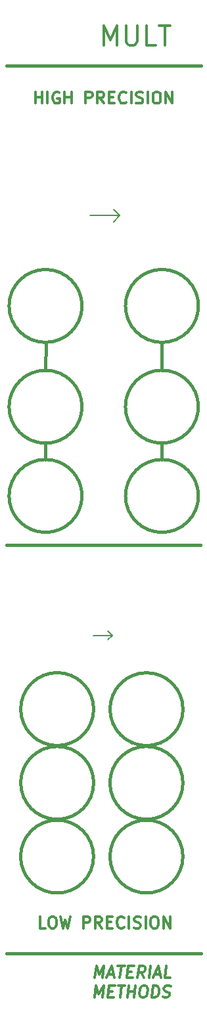
<source format=gbr>
%TF.GenerationSoftware,KiCad,Pcbnew,(5.0.1)-3*%
%TF.CreationDate,2020-04-22T20:40:51+01:00*%
%TF.ProjectId,panel,70616E656C2E6B696361645F70636200,rev?*%
%TF.SameCoordinates,Original*%
%TF.FileFunction,Legend,Top*%
%TF.FilePolarity,Positive*%
%FSLAX46Y46*%
G04 Gerber Fmt 4.6, Leading zero omitted, Abs format (unit mm)*
G04 Created by KiCad (PCBNEW (5.0.1)-3) date 22/04/2020 20:40:51*
%MOMM*%
%LPD*%
G01*
G04 APERTURE LIST*
%ADD10C,0.400000*%
%ADD11C,0.300000*%
%ADD12C,0.200000*%
%ADD13C,0.375000*%
G04 APERTURE END LIST*
D10*
X139700000Y-48840000D02*
X139690000Y-52490000D01*
X139690000Y-61830000D02*
X139680000Y-63970000D01*
X124710000Y-61820000D02*
X124700000Y-63960000D01*
X124720000Y-48830000D02*
X124710000Y-52480000D01*
X119670000Y-75010000D02*
X144670000Y-75010000D01*
D11*
X124671428Y-124388571D02*
X123957142Y-124388571D01*
X123957142Y-122888571D01*
X125457142Y-122888571D02*
X125742857Y-122888571D01*
X125885714Y-122960000D01*
X126028571Y-123102857D01*
X126100000Y-123388571D01*
X126100000Y-123888571D01*
X126028571Y-124174285D01*
X125885714Y-124317142D01*
X125742857Y-124388571D01*
X125457142Y-124388571D01*
X125314285Y-124317142D01*
X125171428Y-124174285D01*
X125100000Y-123888571D01*
X125100000Y-123388571D01*
X125171428Y-123102857D01*
X125314285Y-122960000D01*
X125457142Y-122888571D01*
X126600000Y-122888571D02*
X126957142Y-124388571D01*
X127242857Y-123317142D01*
X127528571Y-124388571D01*
X127885714Y-122888571D01*
X129600000Y-124388571D02*
X129600000Y-122888571D01*
X130171428Y-122888571D01*
X130314285Y-122960000D01*
X130385714Y-123031428D01*
X130457142Y-123174285D01*
X130457142Y-123388571D01*
X130385714Y-123531428D01*
X130314285Y-123602857D01*
X130171428Y-123674285D01*
X129600000Y-123674285D01*
X131957142Y-124388571D02*
X131457142Y-123674285D01*
X131100000Y-124388571D02*
X131100000Y-122888571D01*
X131671428Y-122888571D01*
X131814285Y-122960000D01*
X131885714Y-123031428D01*
X131957142Y-123174285D01*
X131957142Y-123388571D01*
X131885714Y-123531428D01*
X131814285Y-123602857D01*
X131671428Y-123674285D01*
X131100000Y-123674285D01*
X132600000Y-123602857D02*
X133100000Y-123602857D01*
X133314285Y-124388571D02*
X132600000Y-124388571D01*
X132600000Y-122888571D01*
X133314285Y-122888571D01*
X134814285Y-124245714D02*
X134742857Y-124317142D01*
X134528571Y-124388571D01*
X134385714Y-124388571D01*
X134171428Y-124317142D01*
X134028571Y-124174285D01*
X133957142Y-124031428D01*
X133885714Y-123745714D01*
X133885714Y-123531428D01*
X133957142Y-123245714D01*
X134028571Y-123102857D01*
X134171428Y-122960000D01*
X134385714Y-122888571D01*
X134528571Y-122888571D01*
X134742857Y-122960000D01*
X134814285Y-123031428D01*
X135457142Y-124388571D02*
X135457142Y-122888571D01*
X136100000Y-124317142D02*
X136314285Y-124388571D01*
X136671428Y-124388571D01*
X136814285Y-124317142D01*
X136885714Y-124245714D01*
X136957142Y-124102857D01*
X136957142Y-123960000D01*
X136885714Y-123817142D01*
X136814285Y-123745714D01*
X136671428Y-123674285D01*
X136385714Y-123602857D01*
X136242857Y-123531428D01*
X136171428Y-123460000D01*
X136100000Y-123317142D01*
X136100000Y-123174285D01*
X136171428Y-123031428D01*
X136242857Y-122960000D01*
X136385714Y-122888571D01*
X136742857Y-122888571D01*
X136957142Y-122960000D01*
X137600000Y-124388571D02*
X137600000Y-122888571D01*
X138600000Y-122888571D02*
X138885714Y-122888571D01*
X139028571Y-122960000D01*
X139171428Y-123102857D01*
X139242857Y-123388571D01*
X139242857Y-123888571D01*
X139171428Y-124174285D01*
X139028571Y-124317142D01*
X138885714Y-124388571D01*
X138600000Y-124388571D01*
X138457142Y-124317142D01*
X138314285Y-124174285D01*
X138242857Y-123888571D01*
X138242857Y-123388571D01*
X138314285Y-123102857D01*
X138457142Y-122960000D01*
X138600000Y-122888571D01*
X139885714Y-124388571D02*
X139885714Y-122888571D01*
X140742857Y-124388571D01*
X140742857Y-122888571D01*
X123378571Y-18028571D02*
X123378571Y-16528571D01*
X123378571Y-17242857D02*
X124235714Y-17242857D01*
X124235714Y-18028571D02*
X124235714Y-16528571D01*
X124950000Y-18028571D02*
X124950000Y-16528571D01*
X126450000Y-16600000D02*
X126307142Y-16528571D01*
X126092857Y-16528571D01*
X125878571Y-16600000D01*
X125735714Y-16742857D01*
X125664285Y-16885714D01*
X125592857Y-17171428D01*
X125592857Y-17385714D01*
X125664285Y-17671428D01*
X125735714Y-17814285D01*
X125878571Y-17957142D01*
X126092857Y-18028571D01*
X126235714Y-18028571D01*
X126450000Y-17957142D01*
X126521428Y-17885714D01*
X126521428Y-17385714D01*
X126235714Y-17385714D01*
X127164285Y-18028571D02*
X127164285Y-16528571D01*
X127164285Y-17242857D02*
X128021428Y-17242857D01*
X128021428Y-18028571D02*
X128021428Y-16528571D01*
X129878571Y-18028571D02*
X129878571Y-16528571D01*
X130450000Y-16528571D01*
X130592857Y-16600000D01*
X130664285Y-16671428D01*
X130735714Y-16814285D01*
X130735714Y-17028571D01*
X130664285Y-17171428D01*
X130592857Y-17242857D01*
X130450000Y-17314285D01*
X129878571Y-17314285D01*
X132235714Y-18028571D02*
X131735714Y-17314285D01*
X131378571Y-18028571D02*
X131378571Y-16528571D01*
X131950000Y-16528571D01*
X132092857Y-16600000D01*
X132164285Y-16671428D01*
X132235714Y-16814285D01*
X132235714Y-17028571D01*
X132164285Y-17171428D01*
X132092857Y-17242857D01*
X131950000Y-17314285D01*
X131378571Y-17314285D01*
X132878571Y-17242857D02*
X133378571Y-17242857D01*
X133592857Y-18028571D02*
X132878571Y-18028571D01*
X132878571Y-16528571D01*
X133592857Y-16528571D01*
X135092857Y-17885714D02*
X135021428Y-17957142D01*
X134807142Y-18028571D01*
X134664285Y-18028571D01*
X134450000Y-17957142D01*
X134307142Y-17814285D01*
X134235714Y-17671428D01*
X134164285Y-17385714D01*
X134164285Y-17171428D01*
X134235714Y-16885714D01*
X134307142Y-16742857D01*
X134450000Y-16600000D01*
X134664285Y-16528571D01*
X134807142Y-16528571D01*
X135021428Y-16600000D01*
X135092857Y-16671428D01*
X135735714Y-18028571D02*
X135735714Y-16528571D01*
X136378571Y-17957142D02*
X136592857Y-18028571D01*
X136950000Y-18028571D01*
X137092857Y-17957142D01*
X137164285Y-17885714D01*
X137235714Y-17742857D01*
X137235714Y-17600000D01*
X137164285Y-17457142D01*
X137092857Y-17385714D01*
X136950000Y-17314285D01*
X136664285Y-17242857D01*
X136521428Y-17171428D01*
X136450000Y-17100000D01*
X136378571Y-16957142D01*
X136378571Y-16814285D01*
X136450000Y-16671428D01*
X136521428Y-16600000D01*
X136664285Y-16528571D01*
X137021428Y-16528571D01*
X137235714Y-16600000D01*
X137878571Y-18028571D02*
X137878571Y-16528571D01*
X138878571Y-16528571D02*
X139164285Y-16528571D01*
X139307142Y-16600000D01*
X139450000Y-16742857D01*
X139521428Y-17028571D01*
X139521428Y-17528571D01*
X139450000Y-17814285D01*
X139307142Y-17957142D01*
X139164285Y-18028571D01*
X138878571Y-18028571D01*
X138735714Y-17957142D01*
X138592857Y-17814285D01*
X138521428Y-17528571D01*
X138521428Y-17028571D01*
X138592857Y-16742857D01*
X138735714Y-16600000D01*
X138878571Y-16528571D01*
X140164285Y-18028571D02*
X140164285Y-16528571D01*
X141021428Y-18028571D01*
X141021428Y-16528571D01*
D12*
X133290000Y-86640000D02*
X132740000Y-87190000D01*
X133290000Y-86640000D02*
X132740000Y-86090000D01*
X130840000Y-86640000D02*
X133280000Y-86640000D01*
X134280000Y-32470000D02*
X133520000Y-33290000D01*
X134280000Y-32470000D02*
X133460000Y-31710000D01*
X130460000Y-32470000D02*
X134270000Y-32470000D01*
D10*
X144400011Y-44150000D02*
G75*
G03X144400011Y-44150000I-4700011J0D01*
G01*
X129400011Y-44150000D02*
G75*
G03X129400011Y-44150000I-4700011J0D01*
G01*
X129400011Y-57150000D02*
G75*
G03X129400011Y-57150000I-4700011J0D01*
G01*
X144390000Y-57140000D02*
G75*
G03X144390000Y-57140000I-4700011J0D01*
G01*
X144400011Y-68650000D02*
G75*
G03X144400011Y-68650000I-4700011J0D01*
G01*
X129400011Y-68650000D02*
G75*
G03X129400011Y-68650000I-4700011J0D01*
G01*
X142410011Y-96150000D02*
G75*
G03X142410011Y-96150000I-4700011J0D01*
G01*
X130900011Y-96140011D02*
G75*
G03X130900011Y-96140011I-4700011J0D01*
G01*
X142400000Y-105650000D02*
G75*
G03X142400000Y-105650000I-4700011J0D01*
G01*
X130900011Y-105650000D02*
G75*
G03X130900011Y-105650000I-4700011J0D01*
G01*
X130890022Y-115150000D02*
G75*
G03X130890022Y-115150000I-4700011J0D01*
G01*
X142400011Y-115150000D02*
G75*
G03X142400011Y-115150000I-4700011J0D01*
G01*
X119700000Y-127650000D02*
X144700000Y-127650000D01*
X119700000Y-13150000D02*
X144700000Y-13160000D01*
D13*
X132212857Y-10540952D02*
X132212857Y-8040952D01*
X133046190Y-9826666D01*
X133879523Y-8040952D01*
X133879523Y-10540952D01*
X135070000Y-8040952D02*
X135070000Y-10064761D01*
X135189047Y-10302857D01*
X135308095Y-10421904D01*
X135546190Y-10540952D01*
X136022380Y-10540952D01*
X136260476Y-10421904D01*
X136379523Y-10302857D01*
X136498571Y-10064761D01*
X136498571Y-8040952D01*
X138879523Y-10540952D02*
X137689047Y-10540952D01*
X137689047Y-8040952D01*
X139355714Y-8040952D02*
X140784285Y-8040952D01*
X140070000Y-10540952D02*
X140070000Y-8040952D01*
D11*
X131053928Y-130773571D02*
X131241428Y-129273571D01*
X131607500Y-130345000D01*
X132241428Y-129273571D01*
X132053928Y-130773571D01*
X132750357Y-130345000D02*
X133464642Y-130345000D01*
X132553928Y-130773571D02*
X133241428Y-129273571D01*
X133553928Y-130773571D01*
X134027142Y-129273571D02*
X134884285Y-129273571D01*
X134268214Y-130773571D02*
X134455714Y-129273571D01*
X135295000Y-129987857D02*
X135795000Y-129987857D01*
X135911071Y-130773571D02*
X135196785Y-130773571D01*
X135384285Y-129273571D01*
X136098571Y-129273571D01*
X137411071Y-130773571D02*
X137000357Y-130059285D01*
X136553928Y-130773571D02*
X136741428Y-129273571D01*
X137312857Y-129273571D01*
X137446785Y-129345000D01*
X137509285Y-129416428D01*
X137562857Y-129559285D01*
X137536071Y-129773571D01*
X137446785Y-129916428D01*
X137366428Y-129987857D01*
X137214642Y-130059285D01*
X136643214Y-130059285D01*
X138053928Y-130773571D02*
X138241428Y-129273571D01*
X138750357Y-130345000D02*
X139464642Y-130345000D01*
X138553928Y-130773571D02*
X139241428Y-129273571D01*
X139553928Y-130773571D01*
X140768214Y-130773571D02*
X140053928Y-130773571D01*
X140241428Y-129273571D01*
X131018214Y-133323571D02*
X131205714Y-131823571D01*
X131571785Y-132895000D01*
X132205714Y-131823571D01*
X132018214Y-133323571D01*
X132830714Y-132537857D02*
X133330714Y-132537857D01*
X133446785Y-133323571D02*
X132732500Y-133323571D01*
X132920000Y-131823571D01*
X133634285Y-131823571D01*
X134062857Y-131823571D02*
X134920000Y-131823571D01*
X134303928Y-133323571D02*
X134491428Y-131823571D01*
X135232500Y-133323571D02*
X135420000Y-131823571D01*
X135330714Y-132537857D02*
X136187857Y-132537857D01*
X136089642Y-133323571D02*
X136277142Y-131823571D01*
X137277142Y-131823571D02*
X137562857Y-131823571D01*
X137696785Y-131895000D01*
X137821785Y-132037857D01*
X137857500Y-132323571D01*
X137795000Y-132823571D01*
X137687857Y-133109285D01*
X137527142Y-133252142D01*
X137375357Y-133323571D01*
X137089642Y-133323571D01*
X136955714Y-133252142D01*
X136830714Y-133109285D01*
X136795000Y-132823571D01*
X136857500Y-132323571D01*
X136964642Y-132037857D01*
X137125357Y-131895000D01*
X137277142Y-131823571D01*
X138375357Y-133323571D02*
X138562857Y-131823571D01*
X138920000Y-131823571D01*
X139125357Y-131895000D01*
X139250357Y-132037857D01*
X139303928Y-132180714D01*
X139339642Y-132466428D01*
X139312857Y-132680714D01*
X139205714Y-132966428D01*
X139116428Y-133109285D01*
X138955714Y-133252142D01*
X138732500Y-133323571D01*
X138375357Y-133323571D01*
X139812857Y-133252142D02*
X140018214Y-133323571D01*
X140375357Y-133323571D01*
X140527142Y-133252142D01*
X140607500Y-133180714D01*
X140696785Y-133037857D01*
X140714642Y-132895000D01*
X140661071Y-132752142D01*
X140598571Y-132680714D01*
X140464642Y-132609285D01*
X140187857Y-132537857D01*
X140053928Y-132466428D01*
X139991428Y-132395000D01*
X139937857Y-132252142D01*
X139955714Y-132109285D01*
X140045000Y-131966428D01*
X140125357Y-131895000D01*
X140277142Y-131823571D01*
X140634285Y-131823571D01*
X140839642Y-131895000D01*
M02*

</source>
